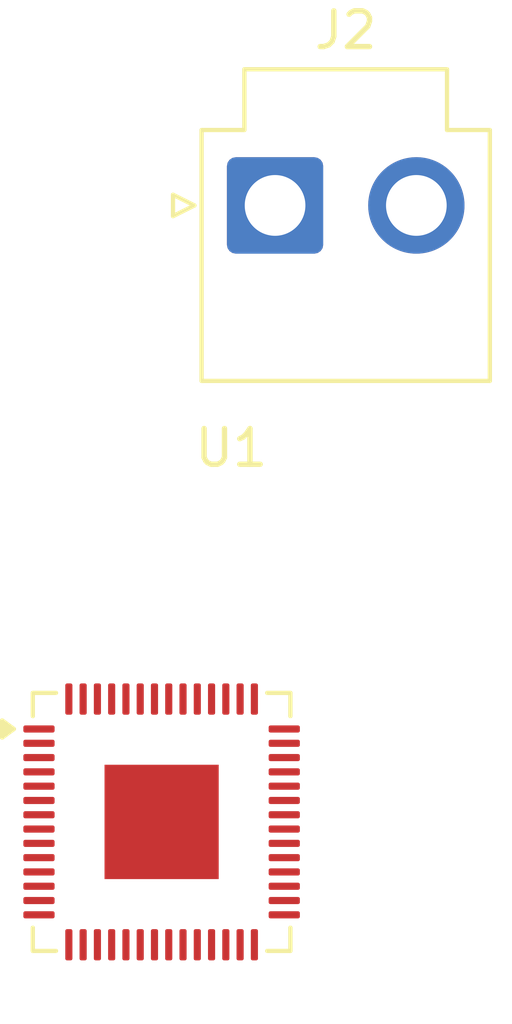
<source format=kicad_pcb>
(kicad_pcb (version 20241229) (generator "pcbnew") (generator_version "9.0")
  (layers (0 "F.Cu" signal) (2 "B.Cu" signal) (13 "F.Paste" user) (15 "B.Paste" user) (5 "F.SilkS" user "F.Silkscreen") (7 "B.SilkS" user "B.Silkscreen") (1 "F.Mask" user) (3 "B.Mask" user) (25 "Edge.Cuts" user))
  (net 0 "")
  (net 10 "Net-(U1-DVDD-Pad23)")
  (net 11 "Net-(U1-IOVDD-Pad1)")
  (net 34 "Net-(U1-XIN)")
  (net 39 "Net-(U1-XOUT)")
  (footprint "Package_DFN_QFN:QFN-56-1EP_7x7mm_P0.4mm_EP3.2x3.2mm" (layer "F.Cu") (at 109.0625 78.7)
    (property "Reference" "U1" (at 1.9525 -10.4625 0) (layer "F.SilkS"))
    (property "Value" "RP2040")
    (fp_line (start -3.61 -3.61) (end -2.96 -3.61) (stroke (width 0.12)) (layer "F.SilkS"))
    (fp_line (start -3.61 -2.96) (end -3.61 -3.61) (stroke (width 0.12)) (layer "F.SilkS"))
    (fp_line (start -3.61 3.61) (end -3.61 2.96) (stroke (width 0.12)) (layer "F.SilkS"))
    (fp_line (start -2.96 3.61) (end -3.61 3.61) (stroke (width 0.12)) (layer "F.SilkS"))
    (fp_line (start 2.96 -3.61) (end 3.61 -3.61) (stroke (width 0.12)) (layer "F.SilkS"))
    (fp_line (start 3.61 -3.61) (end 3.61 -2.96) (stroke (width 0.12)) (layer "F.SilkS"))
    (fp_line (start 3.61 2.96) (end 3.61 3.61) (stroke (width 0.12)) (layer "F.SilkS"))
    (fp_line (start 3.61 3.61) (end 2.96 3.61) (stroke (width 0.12)) (layer "F.SilkS"))
    (fp_poly (pts (xy -4.14 -2.6) (xy -4.47 -2.36) (xy -4.47 -2.84)) (stroke (width 0.12)) (fill yes) (layer "F.SilkS"))
    (pad "1" smd roundrect (at -3.4375 -2.6) (size 0.875 0.2) (layers "F.Cu" "F.Mask" "F.Paste") (net 11 "Net-(U1-IOVDD-Pad1)"))
    (pad "2" smd roundrect (at -3.4375 -2.2) (size 0.875 0.2) (layers "F.Cu" "F.Mask" "F.Paste"))
    (pad "3" smd roundrect (at -3.4375 -1.8) (size 0.875 0.2) (layers "F.Cu" "F.Mask" "F.Paste"))
    (pad "4" smd roundrect (at -3.4375 -1.4) (size 0.875 0.2) (layers "F.Cu" "F.Mask" "F.Paste"))
    (pad "5" smd roundrect (at -3.4375 -1) (size 0.875 0.2) (layers "F.Cu" "F.Mask" "F.Paste"))
    (pad "6" smd roundrect (at -3.4375 -0.6) (size 0.875 0.2) (layers "F.Cu" "F.Mask" "F.Paste"))
    (pad "7" smd roundrect (at -3.4375 -0.2) (size 0.875 0.2) (layers "F.Cu" "F.Mask" "F.Paste"))
    (pad "8" smd roundrect (at -3.4375 0.2) (size 0.875 0.2) (layers "F.Cu" "F.Mask" "F.Paste"))
    (pad "9" smd roundrect (at -3.4375 0.6) (size 0.875 0.2) (layers "F.Cu" "F.Mask" "F.Paste"))
    (pad "10" smd roundrect (at -3.4375 1) (size 0.875 0.2) (layers "F.Cu" "F.Mask" "F.Paste") (net 11 "Net-(U1-IOVDD-Pad1)"))
    (pad "11" smd roundrect (at -3.4375 1.4) (size 0.875 0.2) (layers "F.Cu" "F.Mask" "F.Paste"))
    (pad "12" smd roundrect (at -3.4375 1.8) (size 0.875 0.2) (layers "F.Cu" "F.Mask" "F.Paste"))
    (pad "13" smd roundrect (at -3.4375 2.2) (size 0.875 0.2) (layers "F.Cu" "F.Mask" "F.Paste"))
    (pad "14" smd roundrect (at -3.4375 2.6) (size 0.875 0.2) (layers "F.Cu" "F.Mask" "F.Paste"))
    (pad "15" smd roundrect (at -2.6 3.4375) (size 0.2 0.875) (layers "F.Cu" "F.Mask" "F.Paste"))
    (pad "16" smd roundrect (at -2.2 3.4375) (size 0.2 0.875) (layers "F.Cu" "F.Mask" "F.Paste"))
    (pad "17" smd roundrect (at -1.8 3.4375) (size 0.2 0.875) (layers "F.Cu" "F.Mask" "F.Paste"))
    (pad "18" smd roundrect (at -1.4 3.4375) (size 0.2 0.875) (layers "F.Cu" "F.Mask" "F.Paste"))
    (pad "19" smd roundrect (at -1 3.4375) (size 0.2 0.875) (layers "F.Cu" "F.Mask" "F.Paste"))
    (pad "20" smd roundrect (at -0.6 3.4375) (size 0.2 0.875) (layers "F.Cu" "F.Mask" "F.Paste") (net 34 "Net-(U1-XIN)"))
    (pad "21" smd roundrect (at -0.2 3.4375) (size 0.2 0.875) (layers "F.Cu" "F.Mask" "F.Paste") (net 39 "Net-(U1-XOUT)"))
    (pad "22" smd roundrect (at 0.2 3.4375) (size 0.2 0.875) (layers "F.Cu" "F.Mask" "F.Paste") (net 11 "Net-(U1-IOVDD-Pad1)"))
    (pad "23" smd roundrect (at 0.6 3.4375) (size 0.2 0.875) (layers "F.Cu" "F.Mask" "F.Paste") (net 10 "Net-(U1-DVDD-Pad23)"))
    (pad "24" smd roundrect (at 1 3.4375) (size 0.2 0.875) (layers "F.Cu" "F.Mask" "F.Paste"))
    (pad "25" smd roundrect (at 1.4 3.4375) (size 0.2 0.875) (layers "F.Cu" "F.Mask" "F.Paste"))
    (pad "26" smd roundrect (at 1.8 3.4375) (size 0.2 0.875) (layers "F.Cu" "F.Mask" "F.Paste"))
    (pad "27" smd roundrect (at 2.2 3.4375) (size 0.2 0.875) (layers "F.Cu" "F.Mask" "F.Paste"))
    (pad "28" smd roundrect (at 2.6 3.4375) (size 0.2 0.875) (layers "F.Cu" "F.Mask" "F.Paste"))
    (pad "29" smd roundrect (at 3.4375 2.6) (size 0.875 0.2) (layers "F.Cu" "F.Mask" "F.Paste"))
    (pad "30" smd roundrect (at 3.4375 2.2) (size 0.875 0.2) (layers "F.Cu" "F.Mask" "F.Paste"))
    (pad "31" smd roundrect (at 3.4375 1.8) (size 0.875 0.2) (layers "F.Cu" "F.Mask" "F.Paste"))
    (pad "32" smd roundrect (at 3.4375 1.4) (size 0.875 0.2) (layers "F.Cu" "F.Mask" "F.Paste"))
    (pad "33" smd roundrect (at 3.4375 1) (size 0.875 0.2) (layers "F.Cu" "F.Mask" "F.Paste") (net 11 "Net-(U1-IOVDD-Pad1)"))
    (pad "34" smd roundrect (at 3.4375 0.6) (size 0.875 0.2) (layers "F.Cu" "F.Mask" "F.Paste"))
    (pad "35" smd roundrect (at 3.4375 0.2) (size 0.875 0.2) (layers "F.Cu" "F.Mask" "F.Paste"))
    (pad "36" smd roundrect (at 3.4375 -0.2) (size 0.875 0.2) (layers "F.Cu" "F.Mask" "F.Paste"))
    (pad "37" smd roundrect (at 3.4375 -0.6) (size 0.875 0.2) (layers "F.Cu" "F.Mask" "F.Paste"))
    (pad "38" smd roundrect (at 3.4375 -1) (size 0.875 0.2) (layers "F.Cu" "F.Mask" "F.Paste"))
    (pad "39" smd roundrect (at 3.4375 -1.4) (size 0.875 0.2) (layers "F.Cu" "F.Mask" "F.Paste"))
    (pad "40" smd roundrect (at 3.4375 -1.8) (size 0.875 0.2) (layers "F.Cu" "F.Mask" "F.Paste"))
    (pad "41" smd roundrect (at 3.4375 -2.2) (size 0.875 0.2) (layers "F.Cu" "F.Mask" "F.Paste"))
    (pad "42" smd roundrect (at 3.4375 -2.6) (size 0.875 0.2) (layers "F.Cu" "F.Mask" "F.Paste") (net 11 "Net-(U1-IOVDD-Pad1)"))
    (pad "43" smd roundrect (at 2.6 -3.4375) (size 0.2 0.875) (layers "F.Cu" "F.Mask" "F.Paste"))
    (pad "44" smd roundrect (at 2.2 -3.4375) (size 0.2 0.875) (layers "F.Cu" "F.Mask" "F.Paste"))
    (pad "45" smd roundrect (at 1.8 -3.4375) (size 0.2 0.875) (layers "F.Cu" "F.Mask" "F.Paste"))
    (pad "46" smd roundrect (at 1.4 -3.4375) (size 0.2 0.875) (layers "F.Cu" "F.Mask" "F.Paste"))
    (pad "47" smd roundrect (at 1 -3.4375) (size 0.2 0.875) (layers "F.Cu" "F.Mask" "F.Paste"))
    (pad "48" smd roundrect (at 0.6 -3.4375) (size 0.2 0.875) (layers "F.Cu" "F.Mask" "F.Paste"))
    (pad "49" smd roundrect (at 0.2 -3.4375) (size 0.2 0.875) (layers "F.Cu" "F.Mask" "F.Paste") (net 11 "Net-(U1-IOVDD-Pad1)"))
    (pad "50" smd roundrect (at -0.2 -3.4375) (size 0.2 0.875) (layers "F.Cu" "F.Mask" "F.Paste") (net 10 "Net-(U1-DVDD-Pad23)"))
    (pad "51" smd roundrect (at -0.6 -3.4375) (size 0.2 0.875) (layers "F.Cu" "F.Mask" "F.Paste"))
    (pad "52" smd roundrect (at -1 -3.4375) (size 0.2 0.875) (layers "F.Cu" "F.Mask" "F.Paste"))
    (pad "53" smd roundrect (at -1.4 -3.4375) (size 0.2 0.875) (layers "F.Cu" "F.Mask" "F.Paste"))
    (pad "54" smd roundrect (at -1.8 -3.4375) (size 0.2 0.875) (layers "F.Cu" "F.Mask" "F.Paste"))
    (pad "55" smd roundrect (at -2.2 -3.4375) (size 0.2 0.875) (layers "F.Cu" "F.Mask" "F.Paste"))
    (pad "56" smd roundrect (at -2.6 -3.4375) (size 0.2 0.875) (layers "F.Cu" "F.Mask" "F.Paste"))
    (pad "57" smd rect (at 0 0) (size 3.2 3.2) (property pad_prop_heatsink) (layers "F.Cu" "F.Mask"))
  )
  (footprint "Connector_JST:JST_VH_B2P-VH-B_1x02_P3.96mm_Vertical" (layer "F.Cu") (at 112.2425 61.45)
    (property "Reference" "J2" (at 1.98 -4.9 0) (layer "F.SilkS"))
    (property "Value" "Conn_01x02")
    (fp_line (start -2.86 -0.3) (end -2.26 0) (stroke (width 0.12)) (layer "F.SilkS"))
    (fp_line (start -2.86 0.3) (end -2.86 -0.3) (stroke (width 0.12)) (layer "F.SilkS"))
    (fp_line (start -2.26 0) (end -2.86 0.3) (stroke (width 0.12)) (layer "F.SilkS"))
    (fp_line (start -2.06 -2.11) (end -0.86 -2.11) (stroke (width 0.12)) (layer "F.SilkS"))
    (fp_line (start -2.06 4.91) (end -2.06 -2.11) (stroke (width 0.12)) (layer "F.SilkS"))
    (fp_line (start -0.86 -3.81) (end 4.82 -3.81) (stroke (width 0.12)) (layer "F.SilkS"))
    (fp_line (start -0.86 -2.11) (end -0.86 -3.81) (stroke (width 0.12)) (layer "F.SilkS"))
    (fp_line (start 4.82 -3.81) (end 4.82 -2.11) (stroke (width 0.12)) (layer "F.SilkS"))
    (fp_line (start 4.82 -2.11) (end 6.02 -2.11) (stroke (width 0.12)) (layer "F.SilkS"))
    (fp_line (start 6.02 -2.11) (end 6.02 4.91) (stroke (width 0.12)) (layer "F.SilkS"))
    (fp_line (start 6.02 4.91) (end -2.06 4.91) (stroke (width 0.12)) (layer "F.SilkS"))
    (pad "1" thru_hole roundrect (at 0 0) (size 2.7 2.7) (drill 1.7) (layers "*.Cu" "*.Mask") (roundrect_rratio 0.092593))
    (pad "2" thru_hole circle (at 3.96 0) (size 2.7 2.7) (drill 1.7) (layers "*.Cu" "*.Mask"))
  )
)
</source>
